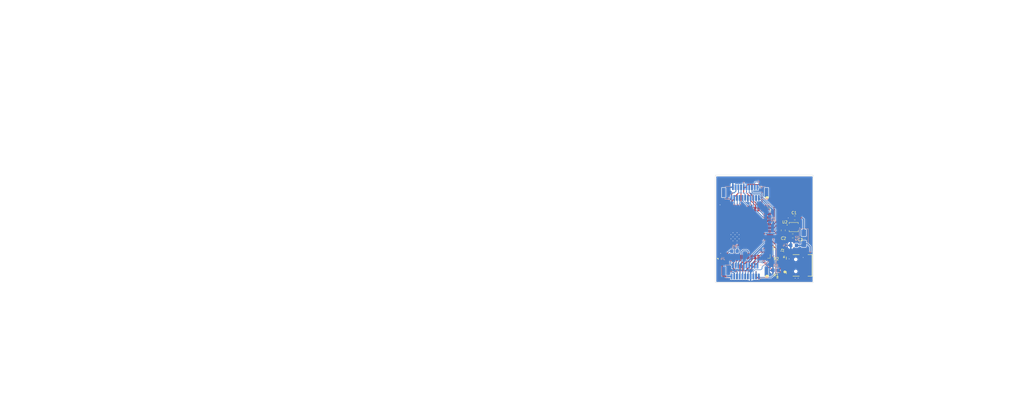
<source format=kicad_pcb>
(kicad_pcb (version 20241229) (generator "pcbnew") (generator_version "9.0")
  (title_block (title "${DOC_TYPE} Document") (date "2024-04-13") (rev "1.1") (company "${COMPANY}"))
  (layers (0 "F.Cu" signal "L1 (Sig, PWR)") (2 "B.Cu" signal "L6 (Sig, PWR)") (13 "F.Paste" user) (15 "B.Paste" user) (5 "F.SilkS" user "F.Silkscreen") (7 "B.SilkS" user "B.Silkscreen") (1 "F.Mask" user) (3 "B.Mask" user) (25 "Edge.Cuts" user))
  (property "BOARD_NAME" "Esp32-S3-WROOM-2 Carrier Board")
  (property "COMPANY" "Personal")
  (property "DESIGNER" "Carlo Peniche")
  (property "DOC_TYPE" "Fabrication")
  (property "PROJECT_NAME" "Carrier Board")
  (property "RELEASE_DATE" "Release Date")
  (property "REVIEWER" "Reviewer Name")
  (property "REVISION" "1.0.0")
  (property "VARIANT" "Variant Name")
  (net 0 "")
  (net 1 "/Project Architecture/Power/VBUS")
  (net 2 "GND")
  (net 3 "/Project Architecture/Power/VIN")
  (net 4 "Net-(U2-SS)")
  (net 5 "/Project Architecture/Break Out Connection/TXDO")
  (net 6 "/Project Architecture/Break Out Connection/RXDO")
  (net 7 "/Project Architecture/Break Out Connection/JTAG.TDI")
  (net 8 "/Project Architecture/Break Out Connection/JTAG.TMS")
  (net 9 "/Project Architecture/Break Out Connection/USB_D+")
  (net 10 "/Project Architecture/Break Out Connection/USB_D-")
  (net 12 "Net-(J2-D-)")
  (net 13 "Net-(J3-CC1)")
  (net 14 "Net-(J2-D+)")
  (net 15 "/Project Architecture/Break Out Connection/GPIO1")
  (net 16 "/Project Architecture/Break Out Connection/GPIO45")
  (net 17 "/Project Architecture/Break Out Connection/GPIO12")
  (net 18 "/Project Architecture/Break Out Connection/GPIO15")
  (net 19 "/Project Architecture/Break Out Connection/GPIO47")
  (net 20 "/Project Architecture/Break Out Connection/GPIO4")
  (net 21 "/Project Architecture/Break Out Connection/GPIO14")
  (net 22 "+3V3")
  (net 23 "/Project Architecture/Break Out Connection/GPIO17")
  (net 24 "/Project Architecture/Break Out Connection/GPIO18")
  (net 25 "/Project Architecture/Break Out Connection/GPIO13")
  (net 26 "/Project Architecture/Break Out Connection/GPIO21")
  (net 27 "/Project Architecture/Break Out Connection/GPIO5")
  (net 28 "/Project Architecture/Break Out Connection/GPIO6")
  (net 29 "/Project Architecture/Break Out Connection/GPIO10")
  (net 30 "/Project Architecture/Break Out Connection/GPIO11")
  (net 31 "/Project Architecture/Break Out Connection/GPIO7")
  (net 32 "/Project Architecture/Break Out Connection/GPIO38")
  (net 33 "/Project Architecture/Break Out Connection/GPIO8")
  (net 34 "/Project Architecture/Break Out Connection/GPIO9")
  (net 35 "/Project Architecture/Break Out Connection/GPIO3")
  (net 36 "/Project Architecture/Break Out Connection/GPIO2")
  (net 37 "/Project Architecture/Break Out Connection/GPIO46")
  (net 38 "/Project Architecture/Break Out Connection/GPIO48")
  (net 39 "/Project Architecture/Break Out Connection/GPIO0")
  (net 40 "/Project Architecture/Break Out Connection/GPIO16")
  (net 41 "/Project Architecture/Power/EN")
  (net 42 "/Project Architecture/EN")
  (net 43 "/Project Architecture/Break Out Connection/JTAG.TDO")
  (net 44 "/Project Architecture/Break Out Connection/JTAG.TCLK")
  (net 45 "/Project Architecture/Break Out Connection/GPIO37")
  (net 46 "/Project Architecture/Break Out Connection/GPIO35")
  (net 47 "/Project Architecture/Break Out Connection/GPIO36")
  (footprint "Resistor_SMD:R_0805_2012Metric_Pad1.20x1.40mm_HandSolder" (layer "F.Cu") (at 157.6 111)
    (property "Reference" "R2")
    (property "Value" "22")
  )
  (footprint "User_Footprint:LFCSP-8-1EP_3x3mm_P0.5mm_EP_1.70x2.54mm" (layer "F.Cu") (at 164.2 97.550001)
    (property "Reference" "U2")
    (property "Value" "ADM7171ACPZ-3.0-R7")
  )
  (footprint "RF_Module:ESP32-S3-WROOM-2" (layer "F.Cu") (at 142.6 99.75 90)
    (property "Reference" "U1")
    (property "Value" "~")
  )
  (footprint "Capacitor_SMD:C_0805_2012Metric_Pad1.18x1.45mm_HandSolder" (layer "F.Cu") (at 164.6 94.2 180)
    (property "Reference" "C1")
    (property "Value" "4u7F")
  )
  (footprint "Capacitor_SMD:C_0805_2012Metric_Pad1.18x1.45mm_HandSolder" (layer "F.Cu") (at 160.4 98.750001 -90)
    (property "Reference" "C2")
    (property "Value" "4u7F")
  )
  (footprint "Resistor_SMD:R_0805_2012Metric_Pad1.20x1.40mm_HandSolder" (layer "F.Cu") (at 157.6 113.4)
    (property "Reference" "R1")
    (property "Value" "22")
  )
  (footprint "User_Footprint:Usb_B_mini_Wurth_65100516121" (layer "F.Cu") (at 166.225 111.6 90)
    (property "Reference" "J2")
    (property "Value" "65100516121")
  )
  (footprint "User_Footprint:DIOC1608X36N" (layer "F.Cu") (at 159.425 108.425 -90)
    (property "Reference" "D1")
    (property "Value" "~")
  )
  (footprint "Capacitor_SMD:C_0805_2012Metric_Pad1.18x1.45mm_HandSolder" (layer "F.Cu") (at 163.8478 100.8)
    (property "Reference" "C3")
    (property "Value" "1nF")
  )
  (footprint "User_Footprint:DIOC1608X36N" (layer "F.Cu") (at 159.475 116.025 90)
    (property "Reference" "D3")
    (property "Value" "~")
  )
  (footprint "Resistor_SMD:R_0805_2012Metric_Pad1.20x1.40mm_HandSolder" (layer "B.Cu") (at 142.5 106.375 180)
    (property "Reference" "R5")
    (property "Value" "10K")
  )
  (footprint "Resistor_SMD:R_0805_2012Metric_Pad1.20x1.40mm_HandSolder" (layer "B.Cu") (at 157.6 113.4)
    (property "Reference" "R3")
    (property "Value" "5K1")
  )
  (footprint "User_Footprint:CONN_DF9B-21S-1V_21P_HIR" (layer "B.Cu") (at 146.4 113.8 180)
    (property "Reference" "J4")
    (property "Value" "DF9B-21S-1V69")
  )
  (footprint "User_Footprint:CONN_DF9B-21S-1V_21P_HIR" (layer "B.Cu") (at 146.4 85 180)
    (property "Reference" "J5")
    (property "Value" "DF9B-21S-1V69")
  )
  (footprint "Resistor_SMD:R_0805_2012Metric_Pad1.20x1.40mm_HandSolder" (layer "B.Cu") (at 155.425 94.7 90)
    (property "Reference" "R6")
    (property "Value" "10K")
  )
  (footprint "Diode_SMD:D_SMA" (layer "B.Cu") (at 167.875 101.675 -90)
    (property "Reference" "D2")
    (property "Value" "B340")
  )
  (footprint "Capacitor_SMD:C_0805_2012Metric_Pad1.18x1.45mm_HandSolder" (layer "B.Cu") (at 164.175 104.25 180)
    (property "Reference" "C4")
    (property "Value" "1uF")
  )
  (gr_rect (start 135.5 78.5) (end 171.35 117.9) (stroke (width 0.1)) (fill no) (layer "Edge.Cuts"))
  (segment (start 164.225 113.175) (end 165.425 111.975) (width 0.381) (layer "F.Cu") (net 1))
  (segment (start 162.625 113.175) (end 164.225 113.175) (width 0.381) (layer "F.Cu") (net 1))
  (segment (start 165.425 111.975) (end 169.125 111.975) (width 0.381) (layer "F.Cu") (net 1))
  (segment (start 170.275 110.825) (end 170.275 106.55) (width 0.381) (layer "F.Cu") (net 1))
  (segment (start 169.125 111.975) (end 170.275 110.825) (width 0.381) (layer "F.Cu") (net 1))
  (segment (start 170.275 106.55) (end 170.35 106.475) (width 0.381) (layer "F.Cu") (net 1))
  (via (at 170.35 106.475) (size 0.5842) (drill 0.254) (layers "F.Cu" "B.Cu") (net 1))
  (segment (start 169.25 103.675) (end 167.875 103.675) (width 0.381) (layer "B.Cu") (net 1))
  (segment (start 167.3 104.25) (end 167.875 103.675) (width 0.5) (layer "B.Cu") (net 1))
  (segment (start 165.2125 104.25) (end 167.3 104.25) (width 0.5) (layer "B.Cu") (net 1))
  (segment (start 170.35 106.475) (end 170.35 104.775) (width 0.381) (layer "B.Cu") (net 1))
  (segment (start 170.35 104.775) (end 169.25 103.675) (width 0.381) (layer "B.Cu") (net 1))
  (segment (start 159.475 116.775) (end 161.825 116.775) (width 0.5) (layer "F.Cu") (net 2))
  (segment (start 165.6478 97.800001) (end 164.45 97.800001) (width 0.3) (layer "F.Cu") (net 2))
  (segment (start 162.625 109.975) (end 162.625 109.325) (width 0.5) (layer "F.Cu") (net 2))
  (segment (start 165.6478 97.800001) (end 166.4 97.8) (width 0.3) (layer "F.Cu") (net 2))
  (segment (start 164.45 97.800001) (end 164.2 97.550001) (width 0.3) (layer "F.Cu") (net 2))
  (segment (start 165 100.9147) (end 164.8853 100.8) (width 0.5) (layer "F.Cu") (net 2))
  (segment (start 161.825 116.775) (end 162.625 115.975) (width 0.5) (layer "F.Cu") (net 2))
  (segment (start 162.625 107.175) (end 168.125 107.175) (width 0.5) (layer "F.Cu") (net 2))
  (segment (start 162.625 109.325) (end 162.525 109.225) (width 0.5) (layer "F.Cu") (net 2))
  (segment (start 141.19 102.61) (end 144.19 102.61) (width 0.5) (layer "F.Cu") (net 2))
  (segment (start 163.5625 94.2) (end 162.2 94.2) (width 0.5) (layer "F.Cu") (net 2))
  (segment (start 168.125 115.975) (end 166.15 115.975) (width 0.5) (layer "F.Cu") (net 2))
  (segment (start 168.125 108.25) (end 167.675 108.7) (width 0.5) (layer "F.Cu") (net 2))
  (segment (start 165 102.2) (end 165 100.9147) (width 0.5) (layer "F.Cu") (net 2))
  (segment (start 141.19 99.61) (end 143.44 99.61) (width 0.5) (layer "F.Cu") (net 2))
  (segment (start 137.2 90.86) (end 137.34 91) (width 0.5) (layer "F.Cu") (net 2))
  (segment (start 137.34 107.26) (end 137.4 107.2) (width 0.5) (layer "F.Cu") (net 2))
  (segment (start 168.125 107.175) (end 168.125 108.25) (width 0.5) (layer "F.Cu") (net 2))
  (segment (start 137.2 89.4) (end 137.2 90.86) (width 0.5) (layer "F.Cu") (net 2))
  (segment (start 160.4 101) (end 160.4 99.787501) (width 0.5) (layer "F.Cu") (net 2))
  (segment (start 137.34 108.5) (end 137.34 107.26) (width 0.5) (layer "F.Cu") (net 2))
  (segment (start 166.15 115.975) (end 165.85 116.275) (width 0.5) (layer "F.Cu") (net 2))
  (segment (start 141.19 101.11) (end 144.19 101.11) (width 0.5) (layer "F.Cu") (net 2))
  (segment (start 159.425 107.675) (end 159.425 106.35) (width 0.5) (layer "F.Cu") (net 2))
  (segment (start 162.625 115.975) (end 164.45 115.975) (width 0.5) (layer "F.Cu") (net 2))
  (segment (start 164.45 115.975) (end 164.75 116.275) (width 0.5) (layer "F.Cu") (net 2))
  (segment (start 144.19 99.61) (end 144.19 102.61) (width 0.5) (layer "F.Cu") (net 2))
  (via (at 165 102.2) (size 0.55) (drill 0.25) (layers "F.Cu" "B.Cu") (net 2))
  (via (at 137.2 89.4) (size 0.55) (drill 0.25) (layers "F.Cu" "B.Cu") (net 2))
  (via (at 147.4 88.4) (size 0.55) (drill 0.25) (layers "F.Cu" "B.Cu") (net 2))
  (via (at 137.4 107.2) (size 0.55) (drill 0.25) (layers "F.Cu" "B.Cu") (net 2))
  (via (at 160.4 101) (size 0.55) (drill 0.25) (layers "F.Cu" "B.Cu") (net 2))
  (via (at 167.675 108.7) (size 0.55) (drill 0.25) (layers "F.Cu" "B.Cu") (net 2))
  (via (at 162.525 109.225) (size 0.55) (drill 0.25) (layers "F.Cu" "B.Cu") (net 2))
  (via (at 165.85 116.275) (size 0.55) (drill 0.25) (layers "F.Cu" "B.Cu") (net 2))
  (via (at 164.75 116.275) (size 0.55) (drill 0.25) (layers "F.Cu" "B.Cu") (net 2))
  (via (at 159.425 106.35) (size 0.55) (drill 0.25) (layers "F.Cu" "B.Cu") (net 2))
  (via (at 166.4 97.8) (size 0.55) (drill 0.25) (layers "F.Cu" "B.Cu") (net 2))
  (via (at 162.2 94.2) (size 0.55) (drill 0.25) (layers "F.Cu" "B.Cu") (net 2))
  (segment (start 141.806901 83.25) (end 142.000001 83.0569) (width 0.5) (layer "B.Cu") (net 2))
  (segment (start 165.6375 97.289701) (end 165.6478 97.300001) (width 0.3) (layer "F.Cu") (net 3))
  (segment (start 165.6375 94.2) (end 165.6375 97.289701) (width 0.3) (layer "F.Cu") (net 3))
  (segment (start 165.6478 97.300001) (end 165.6478 96.8) (width 0.25) (layer "F.Cu") (net 3))
  (segment (start 167.3 94.2) (end 165.6375 94.2) (width 0.5) (layer "F.Cu") (net 3))
  (via (at 167.3 94.2) (size 0.55) (drill 0.25) (layers "F.Cu" "B.Cu") (net 3))
  (segment (start 167.875 99.675) (end 167.875 94.775) (width 0.5) (layer "B.Cu") (net 3))
  (segment (start 167.875 94.775) (end 167.3 94.2) (width 0.5) (layer "B.Cu") (net 3))
  (segment (start 162.7522 100.7419) (end 162.8103 100.8) (width 0.3) (layer "F.Cu") (net 4))
  (segment (start 162.7522 98.300002) (end 162.7522 100.7419) (width 0.3) (layer "F.Cu") (net 4))
  (segment (start 142.4 86.6) (end 144 85) (width 0.3) (layer "F.Cu") (net 5))
  (segment (start 142.4 87.2) (end 142.4 86.6) (width 0.3) (layer "F.Cu") (net 5))
  (segment (start 141.15 88.45) (end 142.4 87.2) (width 0.3) (layer "F.Cu") (net 5))
  (segment (start 141.15 91) (end 141.15 88.45) (width 0.3) (layer "F.Cu") (net 5))
  (via (at 144 85) (size 0.55) (drill 0.25) (layers "F.Cu" "B.Cu") (net 5))
  (segment (start 144 83.0569) (end 144 85) (width 0.3) (layer "B.Cu") (net 5))
  (segment (start 142.42 91) (end 142.42 89.18) (width 0.3) (layer "F.Cu") (net 6))
  (segment (start 142.42 89.18) (end 142.5 89.1) (width 0.3) (layer "F.Cu") (net 6))
  (via (at 142.5 89.1) (size 0.55) (drill 0.25) (layers "F.Cu" "B.Cu") (net 6))
  (segment (start 142.5 89.1) (end 142.5 86.9685) (width 0.3) (layer "B.Cu") (net 6))
  (segment (start 144.96 91) (end 144.96 89.66) (width 0.25) (layer "F.Cu") (net 7))
  (segment (start 144.96 89.66) (end 144.4 89.1) (width 0.25) (layer "F.Cu") (net 7))
  (via (at 144.4 89.1) (size 0.55) (drill 0.25) (layers "F.Cu" "B.Cu") (net 7))
  (segment (start 144.399999 86.862899) (end 144.4 89.1) (width 0.25) (layer "B.Cu") (net 7))
  (segment (start 143.69 91) (end 143.69 89.29) (width 0.3) (layer "F.Cu") (net 8))
  (segment (start 143.69 89.29) (end 143.5 89.1) (width 0.3) (layer "F.Cu") (net 8))
  (via (at 143.5 89.1) (size 0.55) (drill 0.25) (layers "F.Cu" "B.Cu") (net 8))
  (segment (start 143.500001 86.9685) (end 143.5 89.1) (width 0.3) (layer "B.Cu") (net 8))
  (segment (start 153.615 110.117326) (end 153.615 110.280929) (width 0.2) (layer "F.Cu") (net 9))
  (segment (start 155.525 111.975) (end 156.5 111) (width 0.2) (layer "F.Cu") (net 9))
  (segment (start 153.440001 109.942327) (end 153.615 110.117326) (width 0.2) (layer "F.Cu") (net 9))
  (segment (start 155.309071 111.975) (end 155.525 111.975) (width 0.2) (layer "F.Cu") (net 9))
  (segment (start 153.615 110.280929) (end 155.309071 111.975) (width 0.2) (layer "F.Cu") (net 9))
  (segment (start 153.440001 108.909999) (end 153.440001 109.942327) (width 0.2) (layer "F.Cu") (net 9))
  (segment (start 156.5 111) (end 156.6 111) (width 0.2) (layer "F.Cu") (net 9))
  (segment (start 153.85 108.5) (end 153.440001 108.909999) (width 0.2) (layer "F.Cu") (net 9))
  (via (at 153.615 110.117326) (size 0.55) (drill 0.25) (layers "F.Cu" "B.Cu") (net 9))
  (segment (start 150.725001 110.783695) (end 150.725001 111.0961) (width 0.2) (layer "B.Cu") (net 9))
  (segment (start 153.391 110.355914) (end 153.053588 110.693326) (width 0.2) (layer "B.Cu") (net 9))
  (segment (start 151.000001 111.3711) (end 151.000001 112.0569) (width 0.2) (layer "B.Cu") (net 9))
  (segment (start 153.391 110.341326) (end 153.391 110.355914) (width 0.2) (layer "B.Cu") (net 9))
  (segment (start 152.576412 110.693326) (end 152.450412 110.567326) (width 0.2) (layer "B.Cu") (net 9))
  (segment (start 153.053588 110.693326) (end 152.576412 110.693326) (width 0.2) (layer "B.Cu") (net 9))
  (segment (start 152.450412 110.567326) (end 150.94137 110.567326) (width 0.2) (layer "B.Cu") (net 9))
  (segment (start 150.725001 111.0961) (end 151.000001 111.3711) (width 0.2) (layer "B.Cu") (net 9))
  (segment (start 150.94137 110.567326) (end 150.725001 110.783695) (width 0.2) (layer "B.Cu") (net 9))
  (segment (start 153.615 110.117326) (end 153.391 110.341326) (width 0.2) (layer "B.Cu") (net 9))
  (segment (start 152.989999 108.909999) (end 152.989999 109.942327) (width 0.2) (layer "F.Cu") (net 10))
  (segment (start 156.5 113.4) (end 156.6 113.4) (width 0.2) (layer "F.Cu") (net 10))
  (segment (start 152.815 110.117326) (end 153.039 110.341326) (width 0.2) (layer "F.Cu") (net 10))
  (segment (start 153.039 110.341326) (end 153.039 110.355914) (width 0.2) (layer "F.Cu") (net 10))
  (segment (start 153.391 110.693326) (end 155.122674 112.425) (width 0.2) (layer "F.Cu") (net 10))
  (segment (start 153.039 110.355914) (end 153.376412 110.693326) (width 0.2) (layer "F.Cu") (net 10))
  (segment (start 152.989999 109.942327) (end 152.815 110.117326) (width 0.2) (layer "F.Cu") (net 10))
  (segment (start 152.58 108.5) (end 152.989999 108.909999) (width 0.2) (layer "F.Cu") (net 10))
  (segment (start 155.122674 112.425) (end 155.525 112.425) (width 0.2) (layer "F.Cu") (net 10))
  (segment (start 153.376412 110.693326) (end 153.391 110.693326) (width 0.2) (layer "F.Cu") (net 10))
  (segment (start 155.525 112.425) (end 156.5 113.4) (width 0.2) (layer "F.Cu") (net 10))
  (via (at 152.815 110.117326) (size 0.55) (drill 0.25) (layers "F.Cu" "B.Cu") (net 10))
  (segment (start 149.900001 110.699999) (end 150.482674 110.117326) (width 0.2) (layer "B.Cu") (net 10))
  (segment (start 149.900001 111.7429) (end 149.900001 110.699999) (width 0.2) (layer "B.Cu") (net 10))
  (segment (start 150.482674 110.117326) (end 152.815 110.117326) (width 0.2) (layer "B.Cu") (net 10))
  (segment (start 150.000001 111.3711) (end 150.000001 112.0569) (width 0.2) (layer "B.Cu") (net 10))
  (segment (start 162.35 112.4) (end 159.6 112.4) (width 0.5) (layer "F.Cu") (net 12))
  (segment (start 159.5 114.3) (end 159.5 115.25) (width 0.5) (layer "F.Cu") (net 12))
  (segment (start 159.5 115.25) (end 159.475 115.275) (width 0.5) (layer "F.Cu") (net 12))
  (segment (start 159.6 112.4) (end 158.6 113.4) (width 0.5) (layer "F.Cu") (net 12))
  (segment (start 158.6 113.4) (end 159.5 114.3) (width 0.5) (layer "F.Cu") (net 12))
  (segment (start 159.35 110.25) (end 159.35 109.25) (width 0.5) (layer "F.Cu") (net 14))
  (segment (start 159.2 111.6) (end 158.6 111) (width 0.5) (layer "F.Cu") (net 14))
  (segment (start 158.6 111) (end 159.35 110.25) (width 0.5) (layer "F.Cu") (net 14))
  (segment (start 162.35 111.6) (end 159.2 111.6) (width 0.5) (layer "F.Cu") (net 14))
  (segment (start 159.35 109.25) (end 159.425 109.175) (width 0.5) (layer "F.Cu") (net 14))
  (segment (start 138.61 87.49) (end 139.1 87) (width 0.3) (layer "F.Cu") (net 15))
  (segment (start 138.61 91) (end 138.61 87.49) (width 0.3) (layer "F.Cu") (net 15))
  (segment (start 139.1 87) (end 140.5 87) (width 0.3) (layer "F.Cu") (net 15))
  (via (at 140.5 87) (size 0.55) (drill 0.25) (layers "F.Cu" "B.Cu") (net 15))
  (segment (start 141.5 86.9685) (end 140.5315 86.9685) (width 0.3) (layer "B.Cu") (net 15))
  (segment (start 140.5315 86.9685) (end 140.5 87) (width 0.3) (layer "B.Cu") (net 15))
  (segment (start 155.1 92.765) (end 153.035 92.765) (width 0.3) (layer "F.Cu") (net 16))
  (segment (start 153.035 92.765) (end 153 92.8) (width 0.3) (layer "F.Cu") (net 16))
  (via (at 153 92.8) (size 0.55) (drill 0.25) (layers "F.Cu" "B.Cu") (net 16))
  (segment (start 150.4 90.2) (end 150.4 86.862899) (width 0.3) (layer "B.Cu") (net 16))
  (segment (start 153 92.8) (end 150.4 90.2) (width 0.3) (layer "B.Cu") (net 16))
  (segment (start 156.8 102.125) (end 156.8 100.6) (width 0.2) (layer "F.Cu") (net 17))
  (segment (start 154.6 110.4) (end 156.8 108.2) (width 0.2) (layer "F.Cu") (net 17))
  (segment (start 156.8 100.6) (end 156.585 100.385) (width 0.2) (layer "F.Cu") (net 17))
  (segment (start 156.585 100.385) (end 155.1 100.385) (width 0.2) (layer "F.Cu") (net 17))
  (segment (start 156.8 108.2) (end 156.8 108.156123) (width 0.2) (layer "F.Cu") (net 17))
  (via (at 156.8 108.156123) (size 0.55) (drill 0.25) (layers "F.Cu" "B.Cu") (net 17))
  (via (at 156.8 102.125) (size 0.55) (drill 0.25) (layers "F.Cu" "B.Cu") (net 17))
  (via (at 154.6 110.4) (size 0.55) (drill 0.25) (layers "F.Cu" "B.Cu") (net 17))
  (segment (start 153.346914 111.453086) (end 153.503037 111.453086) (width 0.2) (layer "B.Cu") (net 17))
  (segment (start 152.6 112.8) (end 152.6 112.2) (width 0.2) (layer "B.Cu") (net 17))
  (segment (start 149.399999 113.800001) (end 150 113.2) (width 0.2) (layer "B.Cu") (net 17))
  (segment (start 153.503037 111.453086) (end 153.546914 111.453086) (width 0.2) (layer "B.Cu") (net 17))
  (segment (start 156.8 108.156123) (end 156.8 102.125) (width 0.2) (layer "B.Cu") (net 17))
  (segment (start 153.546914 111.453086) (end 154.6 110.4) (width 0.2) (layer "B.Cu") (net 17))
  (segment (start 152.2 113.2) (end 152.6 112.8) (width 0.2) (layer "B.Cu") (net 17))
  (segment (start 152.6 112.2) (end 153.346914 111.453086) (width 0.2) (layer "B.Cu") (net 17))
  (segment (start 150 113.2) (end 152.2 113.2) (width 0.2) (layer "B.Cu") (net 17))
  (segment (start 149.399999 115.662899) (end 149.399999 113.800001) (width 0.2) (layer "B.Cu") (net 17))
  (segment (start 146.23 109.67) (end 144.5 111.4) (width 0.35) (layer "F.Cu") (net 18))
  (segment (start 146.23 108.5) (end 146.23 109.67) (width 0.35) (layer "F.Cu") (net 18))
  (segment (start 144.5 111.4) (end 144.5 114) (width 0.35) (layer "F.Cu") (net 18))
  (via (at 144.5 114) (size 0.5842) (drill 0.254) (layers "F.Cu" "B.Cu") (net 18))
  (segment (start 144.499999 115.9685) (end 144.5 114) (width 0.35) (layer "B.Cu") (net 18))
  (segment (start 155.1 95.305) (end 156.495 95.305) (width 0.3) (layer "F.Cu") (net 19))
  (segment (start 154.35 81.95) (end 147.45 81.95) (width 0.3) (layer "F.Cu") (net 19))
  (segment (start 157 84.6) (end 154.35 81.95) (width 0.3) (layer "F.Cu") (net 19))
  (segment (start 157 94.8) (end 157 84.6) (width 0.3) (layer "F.Cu") (net 19))
  (segment (start 156.495 95.305) (end 157 94.8) (width 0.3) (layer "F.Cu") (net 19))
  (segment (start 147.45 81.95) (end 145.85 83.55) (width 0.3) (layer "F.Cu") (net 19))
  (segment (start 145.85 83.55) (end 145.85 85.025) (width 0.3) (layer "F.Cu") (net 19))
  (via (at 145.85 85.025) (size 0.55) (drill 0.25) (layers "F.Cu" "B.Cu") (net 19))
  (segment (start 146.4 85.575) (end 145.85 85.025) (width 0.25) (layer "B.Cu") (net 19))
  (segment (start 146.4 86.862899) (end 146.4 85.575) (width 0.25) (layer "B.Cu") (net 19))
  (segment (start 141.15 108.5) (end 141.15 110.25) (width 0.35) (layer "F.Cu") (net 20))
  (segment (start 141.15 110.25) (end 141.1 110.3) (width 0.35) (layer "F.Cu") (net 20))
  (via (at 141.1 110.3) (size 0.5842) (drill 0.254) (layers "F.Cu" "B.Cu") (net 20))
  (segment (start 141.1 111.156899) (end 142.000001 112.0569) (width 0.35) (layer "B.Cu") (net 20))
  (segment (start 141.1 110.3) (end 141.1 111.156899) (width 0.35) (layer "B.Cu") (net 20))
  (segment (start 155.1 97.845) (end 156.955 97.845) (width 0.3) (layer "F.Cu") (net 21))
  (segment (start 156.955 97.845) (end 159.4 95.4) (width 0.3) (layer "F.Cu") (net 21))
  (segment (start 146.425 80.375) (end 150.425 80.375) (width 0.25) (layer "F.Cu") (net 21))
  (segment (start 150.425 80.375) (end 150.426 80.374) (width 0.25) (layer "F.Cu") (net 21))
  (segment (start 145.9 80.9) (end 146.425 80.375) (width 0.25) (layer "F.Cu") (net 21))
  (segment (start 159.4 95.4) (end 159.4 83.2) (width 0.3) (layer "F.Cu") (net 21))
  (segment (start 156.574 80.374) (end 150.426 80.374) (width 0.3) (layer "F.Cu") (net 21))
  (segment (start 145.9 81.425) (end 145.9 80.9) (width 0.25) (layer "F.Cu") (net 21))
  (segment (start 159.4 83.2) (end 156.574 80.374) (width 0.3) (layer "F.Cu") (net 21))
  (via (at 145.9 81.425) (size 0.55) (drill 0.25) (layers "F.Cu" "B.Cu") (net 21))
  (segment (start 145.900001 82.9429) (end 145.9 81.425) (width 0.25) (layer "B.Cu") (net 21))
  (segment (start 138.61 106.79) (end 140.2 105.2) (width 0.5) (layer "F.Cu") (net 22))
  (segment (start 157.4 100) (end 159.6 97.8) (width 0.5) (layer "F.Cu") (net 22))
  (segment (start 159.6 97.8) (end 160.312501 97.8) (width 0.5) (layer "F.Cu") (net 22))
  (segment (start 138 111) (end 138 115.2) (width 0.5) (layer "F.Cu") (net 22))
  (segment (start 153.775 100) (end 151.8 100) (width 0.5) (layer "F.Cu") (net 22))
  (segment (start 138.61 108.5) (end 138.61 106.79) (width 0.5) (layer "F.Cu") (net 22))
  (segment (start 138.4 115.6) (end 139.651721 115.6) (width 0.5) (layer "F.Cu") (net 22))
  (segment (start 162.7522 97.300001) (end 162.7522 97.800001) (width 0.25) (layer "F.Cu") (net 22))
  (segment (start 138.61 110.39) (end 138 111) (width 0.5) (layer "F.Cu") (net 22))
  (segment (start 160.312501 97.8) (end 160.4 97.712501) (width 0.5) (layer "F.Cu") (net 22))
  (segment (start 151.8 100) (end 147.6 104.2) (width 0.5) (layer "F.Cu") (net 22))
  (segment (start 160.4875 97.800001) (end 160.4 97.712501) (width 0.25) (layer "F.Cu") (net 22))
  (segment (start 162.7522 97.800001) (end 160.4875 97.800001) (width 0.25) (layer "F.Cu") (net 22))
  (segment (start 162.7522 97.300001) (end 162.7522 96.8) (width 0.25) (layer "F.Cu") (net 22))
  (segment (start 138.61 108.5) (end 138.61 110.39) (width 0.5) (layer "F.Cu") (net 22))
  (segment (start 140.2 105.2) (end 141.2 104.2) (width 0.5) (layer "F.Cu") (net 22))
  (segment (start 141.2 104.2) (end 143.425 104.2) (width 0.5) (layer "F.Cu") (net 22))
  (segment (start 147.6 104.2) (end 143.425 104.2) (width 0.5) (layer "F.Cu") (net 22))
  (segment (start 139.651721 115.6) (end 139.687826 115.636105) (width 0.5) (layer "F.Cu") (net 22))
  (segment (start 138 115.2) (end 138.4 115.6) (width 0.5) (layer "F.Cu") (net 22))
  (via (at 143.425 104.2) (size 0.55) (drill 0.25) (layers "F.Cu" "B.Cu") (net 22))
  (via (at 153.775 100) (size 0.55) (drill 0.25) (layers "F.Cu" "B.Cu") (net 22))
  (via (at 157.4 100) (size 0.55) (drill 0.25) (layers "F.Cu" "B.Cu") (net 22))
  (via (at 139.687826 115.636105) (size 0.55) (drill 0.25) (layers "F.Cu" "B.Cu") (net 22))
  (segment (start 139.687826 115.636105) (end 141.373206 115.636105) (width 0.5) (layer "B.Cu") (net 22))
  (segment (start 153.775 100) (end 155.35 100) (width 0.5) (layer "B.Cu") (net 22))
  (segment (start 143.5 106.375) (end 143.5 104.275) (width 0.35) (layer "B.Cu") (net 22))
  (segment (start 155.425 99.925) (end 155.425 95.7) (width 0.35) (layer "B.Cu") (net 22))
  (segment (start 141.373206 115.636105) (end 141.4 115.662899) (width 0.5) (layer "B.Cu") (net 22))
  (segment (start 155.35 100) (end 155.425 99.925) (width 0.35) (layer "B.Cu") (net 22))
  (segment (start 157.4 100) (end 155.35 100) (width 0.5) (layer "B.Cu") (net 22))
  (segment (start 143.5 104.275) (end 143.425 104.2) (width 0.35) (layer "B.Cu") (net 22))
  (segment (start 148.3 110.3) (end 146.9 110.3) (width 0.35) (layer "F.Cu") (net 23))
  (segment (start 145.5 111.7) (end 145.5 114) (width 0.35) (layer "F.Cu") (net 23))
  (segment (start 148.77 109.83) (end 148.3 110.3) (width 0.35) (layer "F.Cu") (net 23))
  (segment (start 146.9 110.3) (end 145.5 111.7) (width 0.35) (layer "F.Cu") (net 23))
  (segment (start 148.77 108.5) (end 148.77 109.83) (width 0.35) (layer "F.Cu") (net 23))
  (via (at 145.5 114) (size 0.5842) (drill 0.254) (layers "F.Cu" "B.Cu") (net 23))
  (segment (start 145.499999 115.9685) (end 145.5 114) (width 0.35) (layer "B.Cu") (net 23))
  (segment (start 146.5 113.6) (end 146.5 114) (width 0.35) (layer "F.Cu") (net 24))
  (segment (start 150.04 110.06) (end 146.5 113.6) (width 0.35) (layer "F.Cu") (net 24))
  (segment (start 150.04 108.5) (end 150.04 110.06) (width 0.35) (layer "F.Cu") (net 24))
  (via (at 146.5 114) (size 0.5842) (drill 0.25) (layers "F.Cu" "B.Cu") (net 24))
  (segment (start 146.5 115.9685) (end 146.5 114) (width 0.3) (layer "B.Cu") (net 24))
  (segment (start 157.085 99.115) (end 157.4 98.8) (width 0.3) (layer "F.Cu") (net 25))
  (segment (start 155.1 99.115) (end 157.085 99.115) (width 0.3) (layer "F.Cu") (net 25))
  (via (at 157.4 98.8) (size 0.55) (drill 0.25) (layers "F.Cu" "B.Cu") (net 25))
  (segment (start 148.9 84.7) (end 149.2 85) (width 0.3) (layer "B.Cu") (net 25))
  (segment (start 152.6 86.405998) (end 157.4 91.205998) (width 0.3) (layer "B.Cu") (net 25))
  (segment (start 152.6 85.2) (end 152.6 86.405998) (width 0.3) (layer "B.Cu") (net 25))
  (segment (start 148.9 82.9429) (end 148.9 84.7) (width 0.3) (layer "B.Cu") (net 25))
  (segment (start 149.2 85) (end 152.4 85) (width 0.3) (layer "B.Cu") (net 25))
  (segment (start 152.4 85) (end 152.6 85.2) (width 0.3) (layer "B.Cu") (net 25))
  (segment (start 157.4 91.205998) (end 157.4 98.8) (width 0.3) (layer "B.Cu") (net 25))
  (segment (start 155.1 96.575) (end 156.825 96.575) (width 0.3) (layer "F.Cu") (net 26))
  (segment (start 158.2 83.4) (end 155.8 81) (width 0.3) (layer "F.Cu") (net 26))
  (segment (start 156.825 96.575) (end 158.2 95.2) (width 0.3) (layer "F.Cu") (net 26))
  (segment (start 155.8 81) (end 151.2 81) (width 0.3) (layer "F.Cu") (net 26))
  (segment (start 158.2 95.2) (end 158.2 83.4) (width 0.3) (layer "F.Cu") (net 26))
  (via (at 151.2 81) (size 0.55) (drill 0.25) (layers "F.Cu" "B.Cu") (net 26))
  (segment (start 150.15 81) (end 151.2 81) (width 0.25) (layer "B.Cu") (net 26))
  (segment (start 149.900001 82.9429) (end 149.900001 81.249999) (width 0.25) (layer "B.Cu") (net 26))
  (segment (start 149.900001 81.249999) (end 150.15 81) (width 0.25) (layer "B.Cu") (net 26))
  (segment (start 142.42 110.18) (end 142.42 108.5) (width 0.35) (layer "F.Cu") (net 27))
  (segment (start 142.1 112.7) (end 142.1 110.5) (width 0.35) (layer "F.Cu") (net 27))
  (segment (start 142.1 110.5) (end 142.42 110.18) (width 0.35) (layer "F.Cu") (net 27))
  (segment (start 143.4 114) (end 142.1 112.7) (width 0.35) (layer "F.Cu") (net 27))
  (segment (start 142.42 108.5) (end 142.1 108.82) (width 0.35) (layer "F.Cu") (net 27))
  (via (at 143.4 114) (size 0.5842) (drill 0.254) (layers "F.Cu" "B.Cu") (net 27))
  (segment (start 143.500001 114.100001) (end 143.4 114) (width 0.35) (layer "B.Cu") (net 27))
  (segment (start 143.500001 115.9685) (end 143.500001 114.100001) (width 0.35) (layer "B.Cu") (net 27))
  (segment (start 143.145 110.1) (end 143.69 109.555) (width 0.35) (layer "F.Cu") (net 28))
  (segment (start 143.69 109.555) (end 143.69 108.5) (width 0.35) (layer "F.Cu") (net 28))
  (segment (start 143.145 110.3) (end 143.145 110.1) (width 0.35) (layer "F.Cu") (net 28))
  (via (at 143.145 110.3) (size 0.5842) (drill 0.254) (layers "F.Cu" "B.Cu") (net 28))
  (segment (start 143.145 111.911899) (end 142.999999 112.0569) (width 0.35) (layer "B.Cu") (net 28))
  (segment (start 143.145 110.3) (end 143.145 111.911899) (width 0.35) (layer "B.Cu") (net 28))
  (segment (start 155.1 102.925) (end 156.525 102.925) (width 0.3) (layer "F.Cu") (net 29))
  (segment (start 156.525 102.925) (end 157.6 104) (width 0.3) (layer "F.Cu") (net 29))
  (via (at 157.6 104) (size 0.55) (drill 0.25) (layers "F.Cu" "B.Cu") (net 29))
  (segment (start 157.6 114.4) (end 157.6 104) (width 0.3) (layer "B.Cu") (net 29))
  (segment (start 156 116) (end 157.6 114.4) (width 0.3) (layer "B.Cu") (net 29))
  (segment (start 151.4 115.662899) (end 151.737101 116) (width 0.3) (layer "B.Cu") (net 29))
  (segment (start 151.737101 116) (end 156 116) (width 0.3) (layer "B.Cu") (net 29))
  (segment (start 153.25 102.55) (end 154.145 101.655) (width 0.3) (layer "F.Cu") (net 30))
  (segment (start 154.145 101.655) (end 155.1 101.655) (width 0.3) (layer "F.Cu") (net 30))
  (via (at 153.25 102.55) (size 0.55) (drill 0.25) (layers "F.Cu" "B.Cu") (net 30))
  (segment (start 153.25 103.45) (end 146.999999 109.700001) (width 0.3) (layer "B.Cu") (net 30))
  (segment (start 153.25 102.55) (end 153.25 103.45) (width 0.3) (layer "B.Cu") (net 30))
  (segment (start 146.999999 109.700001) (end 146.999999 112.0569) (width 0.3) (layer "B.Cu") (net 30))
  (segment (start 144.96 108.5) (end 144.96 109.44) (width 0.35) (layer "F.Cu") (net 31))
  (segment (start 144.96 109.44) (end 144.1 110.3) (width 0.35) (layer "F.Cu") (net 31))
  (via (at 144.1 110.3) (size 0.5842) (drill 0.254) (layers "F.Cu" "B.Cu") (net 31))
  (segment (start 144 110.4) (end 144.1 110.3) (width 0.35) (layer "B.Cu") (net 31))
  (segment (start 144 112.0569) (end 144 110.4) (width 0.35) (layer "B.Cu") (net 31))
  (segment (start 148.77 91) (end 148.77 89.57) (width 0.3) (layer "F.Cu") (net 32))
  (segment (start 148.77 89.57) (end 148.4 89.2) (width 0.3) (layer "F.Cu") (net 32))
  (via (at 148.4 89.2) (size 0.55) (drill 0.25) (layers "F.Cu" "B.Cu") (net 32))
  (segment (start 148.4 89.2) (end 148.400001 86.862899) (width 0.3) (layer "B.Cu") (net 32))
  (segment (start 151.31 110.19) (end 147.5 114) (width 0.3) (layer "F.Cu") (net 33))
  (segment (start 151.31 108.5) (end 151.31 110.19) (width 0.3) (layer "F.Cu") (net 33))
  (via (at 147.5 114) (size 0.55) (drill 0.25) (layers "F.Cu" "B.Cu") (net 33))
  (segment (start 147.500001 115.9685) (end 147.5 114) (width 0.3) (layer "B.Cu") (net 33))
  (segment (start 157.65 115.35) (end 156.4 116.6) (width 0.3) (layer "F.Cu") (net 34))
  (segment (start 151.4 116.6) (end 150.4 115.6) (width 0.3) (layer "F.Cu") (net 34))
  (segment (start 156.405 104.195) (end 157.65 105.44) (width 0.3) (layer "F.Cu") (net 34))
  (segment (start 157.65 105.44) (end 157.65 115.35) (width 0.3) (layer "F.Cu") (net 34))
  (segment (start 155.1 104.195) (end 156.405 104.195) (width 0.3) (layer "F.Cu") (net 34))
  (segment (start 150.4 115.6) (end 150.4 114) (width 0.3) (layer "F.Cu") (net 34))
  (segment (start 156.4 116.6) (end 151.4 116.6) (width 0.3) (layer "F.Cu") (net 34))
  (via (at 150.4 114) (size 0.55) (drill 0.25) (layers "F.Cu" "B.Cu") (net 34))
  (segment (start 150.4 115.662899) (end 150.4 114) (width 0.3) (layer "B.Cu") (net 34))
  (segment (start 151.835 106.735) (end 151.8 106.7) (width 0.3) (layer "F.Cu") (net 35))
  (segment (start 155.1 106.735) (end 151.835 106.735) (width 0.3) (layer "F.Cu") (net 35))
  (via (at 151.8 106.7) (size 0.55) (drill 0.25) (layers "F.Cu" "B.Cu") (net 35))
  (segment (start 148 112.0569) (end 148 110.5) (width 0.3) (layer "B.Cu") (net 35))
  (segment (start 148 110.5) (end 151.8 106.7) (width 0.3) (layer "B.Cu") (net 35))
  (segment (start 141.4 85.5) (end 141.9 85) (width 0.3) (layer "F.Cu") (net 36))
  (segment (start 139.88 88.505298) (end 141.4 86.985298) (width 0.3) (layer "F.Cu") (net 36))
  (segment (start 139.88 91) (end 139.88 88.505298) (width 0.3) (layer "F.Cu") (net 36))
  (segment (start 141.4 86.985298) (end 141.4 85.5) (width 0.3) (layer "F.Cu") (net 36))
  (via (at 141.9 85) (size 0.55) (drill 0.25) (layers "F.Cu" "B.Cu") (net 36))
  (segment (start 142.999999 83.0569) (end 142.999999 84.3983) (width 0.3) (layer "B.Cu") (net 36))
  (segment (start 142.999999 84.3983) (end 142.398299 85) (width 0.3) (layer "B.Cu") (net 36))
  (segment (start 142.398299 85) (end 141.9 85) (width 0.3) (layer "B.Cu") (net 36))
  (segment (start 155.1 105.465) (end 153.035 105.465) (width 0.3) (layer "F.Cu") (net 37))
  (segment (start 153.035 105.465) (end 153 105.5) (width 0.3) (layer "F.Cu") (net 37))
  (via (at 153 105.5) (size 0.55) (drill 0.25) (layers "F.Cu" "B.Cu") (net 37))
  (segment (start 148.9 110.85) (end 148.9 111.7429) (width 0.3) (layer "B.Cu") (net 37))
  (segment (start 149 112.0569) (end 149 110.9) (width 0.3) (layer "B.Cu") (net 37))
  (segment (start 153 106.75) (end 148.9 110.85) (width 0.3) (layer "B.Cu") (net 37))
  (segment (start 153 106.75) (end 153 105.5) (width 0.3) (layer "B.Cu") (net 37))
  (segment (start 155.1 94.035) (end 153.035 94.035) (width 0.3) (layer "F.Cu") (net 38))
  (segment (start 153.035 94.035) (end 153 94) (width 0.3) (layer "F.Cu") (net 38))
  (via (at 153 94) (size 0.55) (drill 0.25) (layers "F.Cu" "B.Cu") (net 38))
  (segment (start 149.399999 90.399999) (end 149.399999 86.862899) (width 0.3) (layer "B.Cu") (net 38))
  (segment (start 153 94) (end 149.399999 90.399999) (width 0.3) (layer "B.Cu") (net 38))
  (segment (start 153.85 91) (end 155.175 91) (width 0.3) (layer "F.Cu") (net 39))
  (segment (start 153.85 91) (end 153.85 89.25) (width 0.3) (layer "F.Cu") (net 39))
  (segment (start 153.85 89.25) (end 153.8 89.2) (width 0.3) (layer "F.Cu") (net 39))
  (segment (start 155.175 91) (end 155.45 91.275) (width 0.3) (layer "F.Cu") (net 39))
  (via (at 155.45 91.275) (size 0.55) (drill 0.25) (layers "F.Cu" "B.Cu") (net 39))
  (via (at 153.8 89.2) (size 0.55) (drill 0.25) (layers "F.Cu" "B.Cu") (net 39))
  (segment (start 155.45 91.275) (end 155.45 93.675) (width 0.3) (layer "B.Cu") (net 39))
  (segment (start 153.8 89.2) (end 151.462899 86.862899) (width 0.3) (layer "B.Cu") (net 39))
  (segment (start 155.45 93.675) (end 155.425 93.7) (width 0.3) (layer "B.Cu") (net 39))
  (segment (start 151.462899 86.862899) (end 151.4 86.862899) (width 0.3) (layer "B.Cu") (net 39))
  (segment (start 147.6 108.4) (end 147.6 106.8) (width 0.35) (layer "F.Cu") (net 40))
  (segment (start 147.5 108.5) (end 147.6 108.4) (width 0.35) (layer "F.Cu") (net 40))
  (via (at 147.6 106.8) (size 0.5842) (drill 0.254) (layers "F.Cu" "B.Cu") (net 40))
  (segment (start 147.5 106.7) (end 147.6 106.8) (width 0.35) (layer "B.Cu") (net 40))
  (segment (start 145.6 106) (end 147.1 106) (width 0.35) (layer "B.Cu") (net 40))
  (segment (start 147.5 106.4) (end 147.5 106.7) (width 0.35) (layer "B.Cu") (net 40))
  (segment (start 145 106.6) (end 145.6 106) (width 0.35) (layer "B.Cu") (net 40))
  (segment (start 145 112.0569) (end 145 106.6) (width 0.35) (layer "B.Cu") (net 40))
  (segment (start 147.1 106) (end 147.5 106.4) (width 0.35) (layer "B.Cu") (net 40))
  (segment (start 141.5 114.023842) (end 139.88 112.403842) (width 0.35) (layer "F.Cu") (net 42))
  (segment (start 141.5 114.1) (end 141.5 114.023842) (width 0.35) (layer "F.Cu") (net 42))
  (segment (start 139.88 112.403842) (end 139.88 108.5) (width 0.35) (layer "F.Cu") (net 42))
  (segment (start 140.125 106.85) (end 140.15 106.875) (width 0.35) (layer "F.Cu") (net 42))
  (segment (start 139.88 108.5) (end 139.88 107.095) (width 0.35) (layer "F.Cu") (net 42))
  (segment (start 139.88 107.095) (end 140.125 106.85) (width 0.35) (layer "F.Cu") (net 42))
  (via (at 140.125 106.85) (size 0.55) (drill 0.25) (layers "F.Cu" "B.Cu") (net 42))
  (via (at 141.5 114.1) (size 0.5842) (drill 0.254) (layers "F.Cu" "B.Cu") (net 42))
  (segment (start 141.5 114.1) (end 142.0229 114.1) (width 0.35) (layer "B.Cu") (net 42))
  (segment (start 140.6 106.375) (end 140.125 106.85) (width 0.35) (layer "B.Cu") (net 42))
  (segment (start 142.0229 114.1) (end 142.5 114.5771) (width 0.35) (layer "B.Cu") (net 42))
  (segment (start 142.5 114.5771) (end 142.5 115.9685) (width 0.35) (layer "B.Cu") (net 42))
  (segment (start 141.5 106.375) (end 140.6 106.375) (width 0.35) (layer "B.Cu") (net 42))
  (segment (start 146.23 89.855) (end 144.875 88.5) (width 0.25) (layer "F.Cu") (net 43))
  (segment (start 146.23 91) (end 146.23 89.855) (width 0.25) (layer "F.Cu") (net 43))
  (segment (start 144.875 88.5) (end 144.875 85) (width 0.25) (layer "F.Cu") (net 43))
  (via (at 144.875 85) (size 0.55) (drill 0.25) (layers "F.Cu" "B.Cu") (net 43))
  (segment (start 144.9 82.9429) (end 144.9 84.975) (width 0.25) (layer "B.Cu") (net 43))
  (segment (start 144.9 84.975) (end 144.875 85) (width 0.25) (layer "B.Cu") (net 43))
  (segment (start 147.5 89.9) (end 147.225 89.625) (width 0.25) (layer "F.Cu") (net 44))
  (segment (start 147.5 91) (end 147.5 89.9) (width 0.25) (layer "F.Cu") (net 44))
  (via (at 147.225 89.625) (size 0.55) (drill 0.25) (layers "F.Cu" "B.Cu") (net 44))
  (segment (start 145.399999 87.799999) (end 145.399999 86.862899) (width 0.25) (layer "B.Cu") (net 44))
  (segment (start 147.225 89.625) (end 145.399999 87.799999) (width 0.25) (layer "B.Cu") (net 44))
  (segment (start 150.04 89.44) (end 148.425 87.825) (width 0.25) (layer "F.Cu") (net 45))
  (segment (start 148.425 87.825) (end 148.425 86.525) (width 0.25) (layer "F.Cu") (net 45))
  (segment (start 148.425 86.525) (end 146.9 85) (width 0.25) (layer "F.Cu") (net 45))
  (segment (start 150.04 91) (end 150.04 89.44) (width 0.25) (layer "F.Cu") (net 45))
  (via (at 146.9 85) (size 0.55) (drill 0.25) (layers "F.Cu" "B.Cu") (net 45))
  (segment (start 146.9 84.425) (end 146.925 84.4) (width 0.25) (layer "B.Cu") (net 45))
  (segment (start 146.899999 82.9429) (end 146.9 85) (width 0.25) (layer "B.Cu") (net 45))
  (segment (start 146.9 85) (end 146.9 84.425) (width 0.25) (layer "B.Cu") (net 45))
  (segment (start 152.58 91) (end 152.58 83.23) (width 0.25) (layer "F.Cu") (net 46))
  (segment (start 152.58 83.23) (end 152.25 82.9) (width 0.25) (layer "F.Cu") (net 46))
  (via (at 152.25 82.9) (size 0.55) (drill 0.25) (layers "F.Cu" "B.Cu") (net 46))
  (segment (start 150.900001 82.9429) (end 152.2071 82.9429) (width 0.25) (layer "B.Cu") (net 46))
  (segment (start 152.2071 82.9429) (end 152.25 82.9) (width 0.25) (layer "B.Cu") (net 46))
  (segment (start 151.31 91) (end 151.31 89.835) (width 0.25) (layer "F.Cu") (net 47))
  (segment (start 149.125 86.15) (end 147.95 84.975) (width 0.25) (layer "F.Cu") (net 47))
  (segment (start 149.125 87.65) (end 149.125 86.15) (width 0.25) (layer "F.Cu") (net 47))
  (segment (start 151.31 89.835) (end 149.125 87.65) (width 0.25) (layer "F.Cu") (net 47))
  (via (at 147.95 84.975) (size 0.55) (drill 0.25) (layers "F.Cu" "B.Cu") (net 47))
  (segment (start 147.9 84.925) (end 147.95 84.975) (width 0.25) (layer "B.Cu") (net 47))
  (segment (start 147.9 82.9429) (end 147.9 84.925) (width 0.25) (layer "B.Cu") (net 47))
  (zone (net 2) (net_name "GND") (layer "B.Cu") (connect_pads (clearance 0)) (min_thickness 0.25) (fill yes (thermal_gap 0.5) (thermal_bridge_width 0.5))
    (polygon (pts (xy 135.2 79) (xy 171.9 79) (xy 171.9 119.6) (xy 134.8 119.6)))
  )
)
</source>
